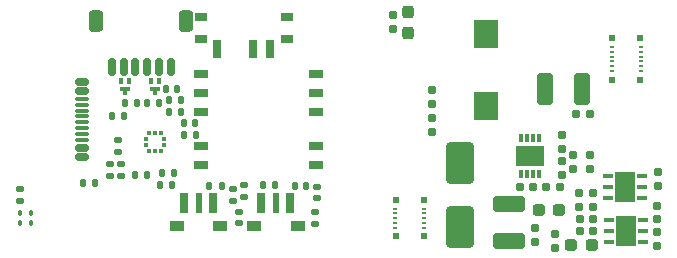
<source format=gbr>
%TF.GenerationSoftware,KiCad,Pcbnew,8.0.5*%
%TF.CreationDate,2025-02-13T02:53:00+01:00*%
%TF.ProjectId,cansatperso,63616e73-6174-4706-9572-736f2e6b6963,rev?*%
%TF.SameCoordinates,Original*%
%TF.FileFunction,Paste,Bot*%
%TF.FilePolarity,Positive*%
%FSLAX46Y46*%
G04 Gerber Fmt 4.6, Leading zero omitted, Abs format (unit mm)*
G04 Created by KiCad (PCBNEW 8.0.5) date 2025-02-13 02:53:00*
%MOMM*%
%LPD*%
G01*
G04 APERTURE LIST*
G04 Aperture macros list*
%AMRoundRect*
0 Rectangle with rounded corners*
0 $1 Rounding radius*
0 $2 $3 $4 $5 $6 $7 $8 $9 X,Y pos of 4 corners*
0 Add a 4 corners polygon primitive as box body*
4,1,4,$2,$3,$4,$5,$6,$7,$8,$9,$2,$3,0*
0 Add four circle primitives for the rounded corners*
1,1,$1+$1,$2,$3*
1,1,$1+$1,$4,$5*
1,1,$1+$1,$6,$7*
1,1,$1+$1,$8,$9*
0 Add four rect primitives between the rounded corners*
20,1,$1+$1,$2,$3,$4,$5,0*
20,1,$1+$1,$4,$5,$6,$7,0*
20,1,$1+$1,$6,$7,$8,$9,0*
20,1,$1+$1,$8,$9,$2,$3,0*%
G04 Aperture macros list end*
%ADD10RoundRect,0.155000X0.155000X-0.212500X0.155000X0.212500X-0.155000X0.212500X-0.155000X-0.212500X0*%
%ADD11RoundRect,0.135000X0.135000X0.185000X-0.135000X0.185000X-0.135000X-0.185000X0.135000X-0.185000X0*%
%ADD12RoundRect,0.155000X0.212500X0.155000X-0.212500X0.155000X-0.212500X-0.155000X0.212500X-0.155000X0*%
%ADD13RoundRect,0.160000X-0.160000X0.197500X-0.160000X-0.197500X0.160000X-0.197500X0.160000X0.197500X0*%
%ADD14RoundRect,0.155000X-0.155000X0.212500X-0.155000X-0.212500X0.155000X-0.212500X0.155000X0.212500X0*%
%ADD15RoundRect,0.140000X-0.140000X-0.170000X0.140000X-0.170000X0.140000X0.170000X-0.140000X0.170000X0*%
%ADD16RoundRect,0.140000X0.140000X0.170000X-0.140000X0.170000X-0.140000X-0.170000X0.140000X-0.170000X0*%
%ADD17RoundRect,0.160000X-0.197500X-0.160000X0.197500X-0.160000X0.197500X0.160000X-0.197500X0.160000X0*%
%ADD18R,0.750000X1.800000*%
%ADD19R,0.600000X1.800000*%
%ADD20R,1.300000X0.900000*%
%ADD21R,2.050000X2.450000*%
%ADD22RoundRect,0.135000X-0.185000X0.135000X-0.185000X-0.135000X0.185000X-0.135000X0.185000X0.135000X0*%
%ADD23R,1.200000X0.800000*%
%ADD24RoundRect,0.250000X-0.412500X-1.100000X0.412500X-1.100000X0.412500X1.100000X-0.412500X1.100000X0*%
%ADD25RoundRect,0.155000X-0.212500X-0.155000X0.212500X-0.155000X0.212500X0.155000X-0.212500X0.155000X0*%
%ADD26RoundRect,0.160000X0.160000X-0.197500X0.160000X0.197500X-0.160000X0.197500X-0.160000X-0.197500X0*%
%ADD27RoundRect,0.140000X-0.170000X0.140000X-0.170000X-0.140000X0.170000X-0.140000X0.170000X0.140000X0*%
%ADD28RoundRect,0.150000X-0.150000X-0.625000X0.150000X-0.625000X0.150000X0.625000X-0.150000X0.625000X0*%
%ADD29RoundRect,0.250000X-0.350000X-0.650000X0.350000X-0.650000X0.350000X0.650000X-0.350000X0.650000X0*%
%ADD30R,0.450000X0.240000*%
%ADD31R,0.470000X0.500000*%
%ADD32R,0.350000X0.500000*%
%ADD33R,0.900000X0.440000*%
%ADD34R,0.300000X0.340000*%
%ADD35R,0.850000X0.300000*%
%ADD36R,1.700000X2.500000*%
%ADD37RoundRect,0.237500X0.237500X-0.287500X0.237500X0.287500X-0.237500X0.287500X-0.237500X-0.287500X0*%
%ADD38RoundRect,0.250000X-1.100000X0.412500X-1.100000X-0.412500X1.100000X-0.412500X1.100000X0.412500X0*%
%ADD39RoundRect,0.135000X-0.135000X-0.185000X0.135000X-0.185000X0.135000X0.185000X-0.135000X0.185000X0*%
%ADD40RoundRect,0.150000X0.425000X-0.150000X0.425000X0.150000X-0.425000X0.150000X-0.425000X-0.150000X0*%
%ADD41RoundRect,0.075000X0.500000X-0.075000X0.500000X0.075000X-0.500000X0.075000X-0.500000X-0.075000X0*%
%ADD42RoundRect,0.140000X0.170000X-0.140000X0.170000X0.140000X-0.170000X0.140000X-0.170000X-0.140000X0*%
%ADD43RoundRect,0.090000X0.090000X-0.139000X0.090000X0.139000X-0.090000X0.139000X-0.090000X-0.139000X0*%
%ADD44R,0.325000X0.300000*%
%ADD45R,0.300000X0.325000*%
%ADD46RoundRect,0.237500X-0.287500X-0.237500X0.287500X-0.237500X0.287500X0.237500X-0.287500X0.237500X0*%
%ADD47RoundRect,0.250000X-0.900000X1.500000X-0.900000X-1.500000X0.900000X-1.500000X0.900000X1.500000X0*%
%ADD48R,0.700000X1.600000*%
%ADD49R,0.700000X1.500000*%
%ADD50R,1.000000X0.800000*%
%ADD51R,0.300000X0.800000*%
%ADD52R,2.480000X1.750000*%
%ADD53RoundRect,0.135000X0.185000X-0.135000X0.185000X0.135000X-0.185000X0.135000X-0.185000X-0.135000X0*%
G04 APERTURE END LIST*
D10*
%TO.C,C19*%
X194630000Y-88437500D03*
X194630000Y-87302500D03*
%TD*%
D11*
%TO.C,R10*%
X162250000Y-88390000D03*
X161230000Y-88390000D03*
%TD*%
D12*
%TO.C,C21*%
X189145000Y-92250000D03*
X188010000Y-92250000D03*
%TD*%
D13*
%TO.C,R16*%
X186500000Y-86352500D03*
X186500000Y-87547500D03*
%TD*%
D14*
%TO.C,C27*%
X187480000Y-85842500D03*
X187480000Y-86977500D03*
%TD*%
D15*
%TO.C,C12*%
X151410000Y-81440000D03*
X152370000Y-81440000D03*
%TD*%
D16*
%TO.C,C10*%
X164870000Y-88460000D03*
X163910000Y-88460000D03*
%TD*%
D17*
%TO.C,R15*%
X185132500Y-88570000D03*
X186327500Y-88570000D03*
%TD*%
D18*
%TO.C,S1*%
X163530000Y-89910000D03*
D19*
X162305000Y-89910000D03*
D18*
X161080000Y-89910000D03*
D20*
X164155000Y-91860000D03*
X160455000Y-91860000D03*
%TD*%
D21*
%TO.C,L2*%
X180060000Y-81670000D03*
X180060000Y-75570000D03*
%TD*%
D22*
%TO.C,R7*%
X165580000Y-90680000D03*
X165580000Y-91700000D03*
%TD*%
%TO.C,R1*%
X140630000Y-88730000D03*
X140630000Y-89750000D03*
%TD*%
D23*
%TO.C,PA1010D1*%
X155960000Y-86700000D03*
X155960000Y-85100000D03*
X155960000Y-82200000D03*
X155960000Y-80600000D03*
X155960000Y-79000000D03*
X165660000Y-79000000D03*
X165660000Y-80600000D03*
X165660000Y-82200000D03*
X165660000Y-85100000D03*
X165660000Y-86700000D03*
%TD*%
D24*
%TO.C,C29*%
X185117500Y-80200000D03*
X188242500Y-80200000D03*
%TD*%
D25*
%TO.C,C28*%
X187722500Y-82380000D03*
X188857500Y-82380000D03*
%TD*%
D26*
%TO.C,R11*%
X184200000Y-93207500D03*
X184200000Y-92012500D03*
%TD*%
D27*
%TO.C,C7*%
X159220000Y-90660000D03*
X159220000Y-91620000D03*
%TD*%
D28*
%TO.C,J1*%
X148410000Y-78360000D03*
X149410000Y-78360000D03*
X150410000Y-78360000D03*
X151410000Y-78360000D03*
X152410000Y-78360000D03*
X153410000Y-78360000D03*
D29*
X147110000Y-74485000D03*
X154710000Y-74485000D03*
%TD*%
D30*
%TO.C,J5*%
X193200000Y-76700000D03*
X190750000Y-76700000D03*
X193200000Y-77100000D03*
X190750000Y-77100000D03*
X193200000Y-77500000D03*
X190750000Y-77500000D03*
X193200000Y-77900000D03*
X190750000Y-77900000D03*
X193200000Y-78300000D03*
X190750000Y-78300000D03*
X193200000Y-78700000D03*
X190750000Y-78700000D03*
D31*
X193170000Y-75950000D03*
X190780000Y-75950000D03*
X190780000Y-79450000D03*
X193170000Y-79450000D03*
%TD*%
D16*
%TO.C,C2*%
X153480000Y-88330000D03*
X152520000Y-88330000D03*
%TD*%
D25*
%TO.C,C25*%
X182932500Y-88530000D03*
X184067500Y-88530000D03*
%TD*%
D32*
%TO.C,D4*%
X151725000Y-79530000D03*
X152375000Y-79530000D03*
D33*
X152050000Y-80220000D03*
D34*
X152050000Y-80610000D03*
%TD*%
D35*
%TO.C,IC5*%
X193400000Y-91320000D03*
X193400000Y-92270000D03*
X193400000Y-93220000D03*
X190500000Y-93220000D03*
X190500000Y-92270000D03*
X190500000Y-91320000D03*
D36*
X191950000Y-92270000D03*
%TD*%
D13*
%TO.C,R22*%
X175510000Y-80332500D03*
X175510000Y-81527500D03*
%TD*%
D11*
%TO.C,R25*%
X149460000Y-82500000D03*
X148440000Y-82500000D03*
%TD*%
%TO.C,R2*%
X147000000Y-88230000D03*
X145980000Y-88230000D03*
%TD*%
D13*
%TO.C,R4*%
X185960000Y-92470000D03*
X185960000Y-93665000D03*
%TD*%
D37*
%TO.C,D1*%
X173470000Y-75475000D03*
X173470000Y-73725000D03*
%TD*%
D15*
%TO.C,C14*%
X154520000Y-83130000D03*
X155480000Y-83130000D03*
%TD*%
D38*
%TO.C,C24*%
X182080000Y-89967500D03*
X182080000Y-93092500D03*
%TD*%
D39*
%TO.C,R20*%
X153260000Y-81190000D03*
X154280000Y-81190000D03*
%TD*%
%TO.C,R19*%
X153240000Y-82150000D03*
X154260000Y-82150000D03*
%TD*%
D13*
%TO.C,R3*%
X172180000Y-73982500D03*
X172180000Y-75177500D03*
%TD*%
D11*
%TO.C,R8*%
X157700000Y-88470000D03*
X156680000Y-88470000D03*
%TD*%
D15*
%TO.C,C13*%
X149550000Y-81450000D03*
X150510000Y-81450000D03*
%TD*%
D22*
%TO.C,R13*%
X159630000Y-88340000D03*
X159630000Y-89360000D03*
%TD*%
D40*
%TO.C,J4*%
X145850000Y-86010000D03*
X145850000Y-85210000D03*
D41*
X145850000Y-84060000D03*
X145850000Y-83060000D03*
X145850000Y-82560000D03*
X145850000Y-81560000D03*
D40*
X145850000Y-80410000D03*
X145850000Y-79610000D03*
X145850000Y-79610000D03*
X145850000Y-80410000D03*
D41*
X145850000Y-81060000D03*
X145850000Y-82060000D03*
X145850000Y-83560000D03*
X145850000Y-84560000D03*
D40*
X145850000Y-85210000D03*
X145850000Y-86010000D03*
%TD*%
D11*
%TO.C,R23*%
X153670000Y-87340000D03*
X152650000Y-87340000D03*
%TD*%
D42*
%TO.C,C24*%
X148240000Y-87560000D03*
X148240000Y-86600000D03*
%TD*%
%TO.C,C22*%
X149200000Y-87570000D03*
X149200000Y-86610000D03*
%TD*%
D14*
%TO.C,C20*%
X194580000Y-90132500D03*
X194580000Y-91267500D03*
%TD*%
D43*
%TO.C,D2*%
X140660000Y-91592500D03*
X140660000Y-90727500D03*
%TD*%
D18*
%TO.C,S2*%
X156975000Y-89895000D03*
D19*
X155750000Y-89895000D03*
D18*
X154525000Y-89895000D03*
D20*
X157600000Y-91845000D03*
X153900000Y-91845000D03*
%TD*%
D13*
%TO.C,R19*%
X187970000Y-89062500D03*
X187970000Y-90257500D03*
%TD*%
%TO.C,R21*%
X175510000Y-82650000D03*
X175510000Y-83845000D03*
%TD*%
D35*
%TO.C,IC2*%
X193310000Y-87570000D03*
X193310000Y-88520000D03*
X193310000Y-89470000D03*
X190410000Y-89470000D03*
X190410000Y-88520000D03*
X190410000Y-87570000D03*
D36*
X191860000Y-88520000D03*
%TD*%
D14*
%TO.C,C26*%
X186530000Y-84152500D03*
X186530000Y-85287500D03*
%TD*%
D11*
%TO.C,R22*%
X151380000Y-87510000D03*
X150360000Y-87510000D03*
%TD*%
D12*
%TO.C,C18*%
X189147500Y-91280000D03*
X188012500Y-91280000D03*
%TD*%
D15*
%TO.C,C19*%
X154540000Y-84100000D03*
X155500000Y-84100000D03*
%TD*%
D44*
%TO.C,U5*%
X152800000Y-84480000D03*
X152800000Y-84980000D03*
D45*
X152550000Y-85505000D03*
X152050000Y-85505000D03*
X151550000Y-85505000D03*
D44*
X151300000Y-84980000D03*
X151300000Y-84480000D03*
D45*
X151550000Y-83955000D03*
X152050000Y-83955000D03*
X152550000Y-83955000D03*
%TD*%
D46*
%TO.C,D5*%
X184550000Y-90470000D03*
X186300000Y-90470000D03*
%TD*%
D13*
%TO.C,R17*%
X188890000Y-85822500D03*
X188890000Y-87017500D03*
%TD*%
D47*
%TO.C,D2*%
X177930000Y-86510000D03*
X177930000Y-91910000D03*
%TD*%
D30*
%TO.C,J4*%
X174860000Y-91970000D03*
X174860000Y-91570000D03*
X174860000Y-91170000D03*
X174860000Y-90770000D03*
X174860000Y-90370000D03*
X172410000Y-91970000D03*
X172410000Y-91570000D03*
X172410000Y-91170000D03*
X172410000Y-90770000D03*
X172410000Y-90370000D03*
D31*
X174830000Y-92720000D03*
X174830000Y-89620000D03*
X172440000Y-92720000D03*
X172440000Y-89620000D03*
%TD*%
D48*
%TO.C,SW1*%
X161845000Y-76812500D03*
D49*
X160345000Y-76812500D03*
X157345000Y-76812500D03*
D50*
X155945000Y-74097500D03*
X155945000Y-76027500D03*
X163245000Y-74097500D03*
X163245000Y-76027500D03*
%TD*%
D26*
%TO.C,R1*%
X194580000Y-93537500D03*
X194580000Y-92342500D03*
%TD*%
D46*
%TO.C,D4*%
X187275000Y-93480000D03*
X189025000Y-93480000D03*
%TD*%
D32*
%TO.C,D5*%
X149185000Y-79520000D03*
X149835000Y-79520000D03*
D33*
X149510000Y-80210000D03*
D34*
X149510000Y-80600000D03*
%TD*%
D26*
%TO.C,R18*%
X189150000Y-90267500D03*
X189150000Y-89072500D03*
%TD*%
D51*
%TO.C,IC3*%
X183090000Y-84410000D03*
X183590000Y-84410000D03*
X184090000Y-84410000D03*
X184590000Y-84410000D03*
X184590000Y-87410000D03*
X184090000Y-87410000D03*
X183590000Y-87410000D03*
X183090000Y-87410000D03*
D52*
X183840000Y-85910000D03*
%TD*%
D53*
%TO.C,R9*%
X158670000Y-89750000D03*
X158670000Y-88730000D03*
%TD*%
D43*
%TO.C,D3*%
X141610000Y-91562500D03*
X141610000Y-90697500D03*
%TD*%
D53*
%TO.C,R24*%
X148920000Y-85540000D03*
X148920000Y-84520000D03*
%TD*%
D16*
%TO.C,C25*%
X153960000Y-80230000D03*
X153000000Y-80230000D03*
%TD*%
D27*
%TO.C,C11*%
X165820000Y-88520000D03*
X165820000Y-89480000D03*
%TD*%
M02*

</source>
